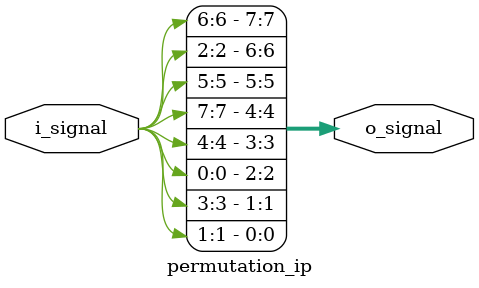
<source format=sv>
module permutation_ip (
    input  wire [7:0] i_signal,
    output wire [7:0] o_signal
);
	assign o_signal = {i_signal[6], i_signal[2], i_signal[5], i_signal[7],
							 i_signal[4], i_signal[0], i_signal[3], i_signal[1]};
endmodule
</source>
